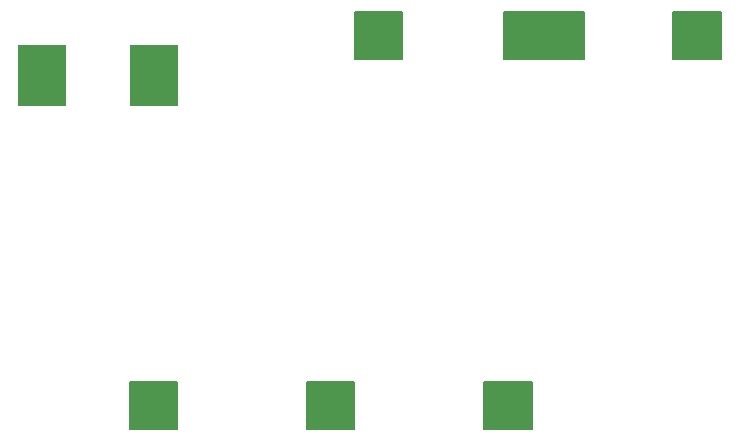
<source format=gbr>
%TF.GenerationSoftware,KiCad,Pcbnew,8.0.5-1.fc40*%
%TF.CreationDate,2024-09-30T00:07:27+02:00*%
%TF.ProjectId,ATU100 Alc interface Front,41545531-3030-4204-916c-6320696e7465,rev?*%
%TF.SameCoordinates,Original*%
%TF.FileFunction,Paste,Bot*%
%TF.FilePolarity,Positive*%
%FSLAX46Y46*%
G04 Gerber Fmt 4.6, Leading zero omitted, Abs format (unit mm)*
G04 Created by KiCad (PCBNEW 8.0.5-1.fc40) date 2024-09-30 00:07:27*
%MOMM*%
%LPD*%
G01*
G04 APERTURE LIST*
%ADD10C,0.200000*%
%ADD11C,0.050000*%
G04 APERTURE END LIST*
D10*
X137875000Y-76150000D02*
X144675000Y-76150000D01*
X144675000Y-80150000D01*
X137875000Y-80150000D01*
X137875000Y-76150000D01*
G36*
X137875000Y-76150000D02*
G01*
X144675000Y-76150000D01*
X144675000Y-80150000D01*
X137875000Y-80150000D01*
X137875000Y-76150000D01*
G37*
D11*
X106250000Y-79000000D02*
X110250000Y-79000000D01*
X110250000Y-84000000D01*
X106250000Y-84000000D01*
X106250000Y-79000000D01*
G36*
X106250000Y-79000000D02*
G01*
X110250000Y-79000000D01*
X110250000Y-84000000D01*
X106250000Y-84000000D01*
X106250000Y-79000000D01*
G37*
D10*
X152250000Y-76150000D02*
X156250000Y-76150000D01*
X156250000Y-80150000D01*
X152250000Y-80150000D01*
X152250000Y-76150000D01*
G36*
X152250000Y-76150000D02*
G01*
X156250000Y-76150000D01*
X156250000Y-80150000D01*
X152250000Y-80150000D01*
X152250000Y-76150000D01*
G37*
X121200000Y-107500000D02*
X125200000Y-107500000D01*
X125200000Y-111500000D01*
X121200000Y-111500000D01*
X121200000Y-107500000D01*
G36*
X121200000Y-107500000D02*
G01*
X125200000Y-107500000D01*
X125200000Y-111500000D01*
X121200000Y-111500000D01*
X121200000Y-107500000D01*
G37*
X125250000Y-76150000D02*
X129250000Y-76150000D01*
X129250000Y-80150000D01*
X125250000Y-80150000D01*
X125250000Y-76150000D01*
G36*
X125250000Y-76150000D02*
G01*
X129250000Y-76150000D01*
X129250000Y-80150000D01*
X125250000Y-80150000D01*
X125250000Y-76150000D01*
G37*
X136250000Y-107500000D02*
X140250000Y-107500000D01*
X140250000Y-111500000D01*
X136250000Y-111500000D01*
X136250000Y-107500000D01*
G36*
X136250000Y-107500000D02*
G01*
X140250000Y-107500000D01*
X140250000Y-111500000D01*
X136250000Y-111500000D01*
X136250000Y-107500000D01*
G37*
X106250000Y-107500000D02*
X110250000Y-107500000D01*
X110250000Y-111500000D01*
X106250000Y-111500000D01*
X106250000Y-107500000D01*
G36*
X106250000Y-107500000D02*
G01*
X110250000Y-107500000D01*
X110250000Y-111500000D01*
X106250000Y-111500000D01*
X106250000Y-107500000D01*
G37*
D11*
X96750000Y-79000000D02*
X100750000Y-79000000D01*
X100750000Y-84000000D01*
X96750000Y-84000000D01*
X96750000Y-79000000D01*
G36*
X96750000Y-79000000D02*
G01*
X100750000Y-79000000D01*
X100750000Y-84000000D01*
X96750000Y-84000000D01*
X96750000Y-79000000D01*
G37*
M02*

</source>
